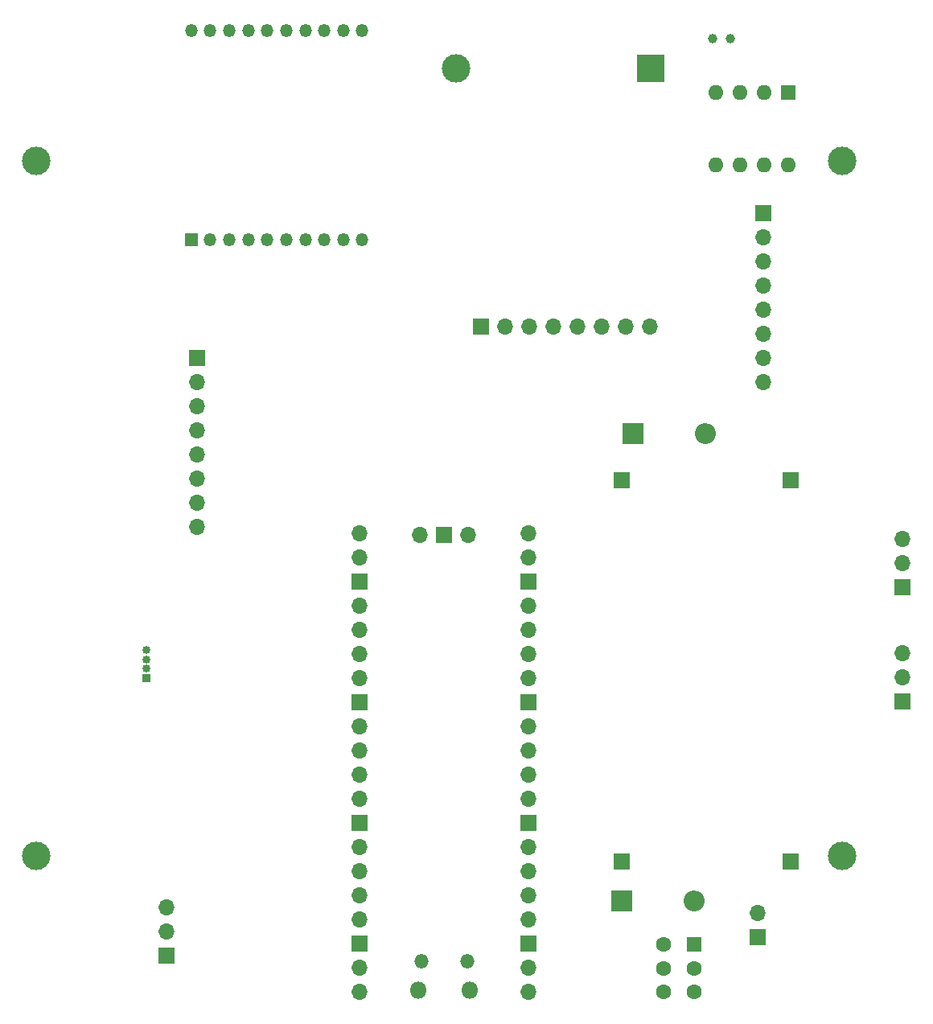
<source format=gbr>
%TF.GenerationSoftware,KiCad,Pcbnew,7.0.9*%
%TF.CreationDate,2023-11-23T17:14:22+01:00*%
%TF.ProjectId,astrasat1,61737472-6173-4617-9431-2e6b69636164,v1*%
%TF.SameCoordinates,Original*%
%TF.FileFunction,Soldermask,Bot*%
%TF.FilePolarity,Negative*%
%FSLAX46Y46*%
G04 Gerber Fmt 4.6, Leading zero omitted, Abs format (unit mm)*
G04 Created by KiCad (PCBNEW 7.0.9) date 2023-11-23 17:14:22*
%MOMM*%
%LPD*%
G01*
G04 APERTURE LIST*
%ADD10R,1.700000X1.700000*%
%ADD11O,1.700000X1.700000*%
%ADD12R,0.850000X0.850000*%
%ADD13O,0.850000X0.850000*%
%ADD14R,2.200000X2.200000*%
%ADD15O,2.200000X2.200000*%
%ADD16C,3.000000*%
%ADD17O,1.800000X1.800000*%
%ADD18O,1.500000X1.500000*%
%ADD19R,3.000000X3.000000*%
%ADD20R,1.600000X1.600000*%
%ADD21O,1.600000X1.600000*%
%ADD22R,1.350000X1.350000*%
%ADD23O,1.350000X1.350000*%
%ADD24C,1.000000*%
%ADD25C,1.600000*%
G04 APERTURE END LIST*
D10*
%TO.C,U2*%
X122925000Y-141315000D03*
D11*
X122925000Y-138775000D03*
X122925000Y-136235000D03*
%TD*%
D10*
%TO.C,U6*%
X126100000Y-78450000D03*
D11*
X126100000Y-80990000D03*
X126100000Y-83530000D03*
X126100000Y-86070000D03*
X126100000Y-88610000D03*
X126100000Y-91150000D03*
X126100000Y-93690000D03*
X126100000Y-96230000D03*
%TD*%
D12*
%TO.C,U1*%
X120755000Y-112158000D03*
D13*
X120755000Y-111158000D03*
X120755000Y-110158000D03*
X120755000Y-109158000D03*
%TD*%
D10*
%TO.C,MainBT1*%
X185155000Y-139415000D03*
D11*
X185155000Y-136875000D03*
%TD*%
D14*
%TO.C,D2*%
X170815000Y-135600000D03*
D15*
X178435000Y-135600000D03*
%TD*%
D16*
%TO.C,REF\u002A\u002A*%
X194000000Y-130810000D03*
%TD*%
D10*
%TO.C,U9*%
X170815000Y-131426000D03*
X188595000Y-131426000D03*
X188595000Y-91294000D03*
X170815000Y-91294000D03*
%TD*%
D11*
%TO.C,U5*%
X149595000Y-97095000D03*
D10*
X152135000Y-97095000D03*
D11*
X154675000Y-97095000D03*
X143245000Y-145125000D03*
X143245000Y-142585000D03*
D10*
X143245000Y-140045000D03*
D11*
X143245000Y-137505000D03*
X143245000Y-134965000D03*
X143245000Y-132425000D03*
X143245000Y-129885000D03*
D10*
X143245000Y-127345000D03*
D11*
X143245000Y-124805000D03*
X143245000Y-122265000D03*
X143245000Y-119725000D03*
X143245000Y-117185000D03*
D10*
X143245000Y-114645000D03*
D11*
X143245000Y-112105000D03*
X143245000Y-109565000D03*
X143245000Y-107025000D03*
X143245000Y-104485000D03*
D10*
X143245000Y-101945000D03*
D11*
X143245000Y-99405000D03*
X143245000Y-96865000D03*
X161025000Y-96865000D03*
X161025000Y-99405000D03*
D10*
X161025000Y-101945000D03*
D11*
X161025000Y-104485000D03*
X161025000Y-107025000D03*
X161025000Y-109565000D03*
X161025000Y-112105000D03*
D10*
X161025000Y-114645000D03*
D11*
X161025000Y-117185000D03*
X161025000Y-119725000D03*
X161025000Y-122265000D03*
X161025000Y-124805000D03*
D10*
X161025000Y-127345000D03*
D11*
X161025000Y-129885000D03*
X161025000Y-132425000D03*
X161025000Y-134965000D03*
X161025000Y-137505000D03*
D10*
X161025000Y-140045000D03*
D11*
X161025000Y-142585000D03*
X161025000Y-145125000D03*
D17*
X149410000Y-144995000D03*
D18*
X149710000Y-141965000D03*
X154560000Y-141965000D03*
D17*
X154860000Y-144995000D03*
%TD*%
D19*
%TO.C,CellBT1*%
X173910000Y-47970001D03*
D16*
X153420000Y-47970001D03*
%TD*%
D20*
%TO.C,U3*%
X188320000Y-50520000D03*
D21*
X185780000Y-50520000D03*
X183240000Y-50520000D03*
X180700000Y-50520000D03*
X180700000Y-58140000D03*
X183240000Y-58140000D03*
X185780000Y-58140000D03*
X188320000Y-58140000D03*
%TD*%
D10*
%TO.C,BigM1*%
X200395000Y-114630000D03*
D11*
X200395000Y-112090000D03*
X200395000Y-109550000D03*
%TD*%
D16*
%TO.C,REF\u002A\u002A*%
X109220000Y-57690000D03*
%TD*%
%TO.C,REF\u002A\u002A*%
X194000000Y-57690000D03*
%TD*%
D22*
%TO.C,U4*%
X125520000Y-65955000D03*
D23*
X127520000Y-65955000D03*
X129520000Y-65955000D03*
X131520000Y-65955000D03*
X133520000Y-65955000D03*
X135520000Y-65955000D03*
X137520000Y-65955000D03*
X139520000Y-65955000D03*
X141520000Y-65955000D03*
X143520000Y-65955000D03*
X143520000Y-43955000D03*
X141520000Y-43955000D03*
X139520000Y-43955000D03*
X137520000Y-43955000D03*
X135520000Y-43955000D03*
X133520000Y-43955000D03*
X131520000Y-43955000D03*
X129520000Y-43955000D03*
X127520000Y-43955000D03*
X125520000Y-43955000D03*
%TD*%
D24*
%TO.C,Y1*%
X180395000Y-44795000D03*
X182295000Y-44795000D03*
%TD*%
D10*
%TO.C,SmallM1*%
X200395000Y-102565000D03*
D11*
X200395000Y-100025000D03*
X200395000Y-97485000D03*
%TD*%
D20*
%TO.C,SW1*%
X178460000Y-140177500D03*
D25*
X178460000Y-142677500D03*
X178460000Y-145177500D03*
X175260000Y-140177500D03*
X175260000Y-142677500D03*
X175260000Y-145177500D03*
%TD*%
D10*
%TO.C,U7*%
X185710000Y-63190000D03*
D11*
X185710000Y-65730000D03*
X185710000Y-68270000D03*
X185710000Y-70810000D03*
X185710000Y-73350000D03*
X185710000Y-75890000D03*
X185710000Y-78430000D03*
X185710000Y-80970000D03*
%TD*%
D10*
%TO.C,U8*%
X155985000Y-75175000D03*
D11*
X158525000Y-75175000D03*
X161065000Y-75175000D03*
X163605000Y-75175000D03*
X166145000Y-75175000D03*
X168685000Y-75175000D03*
X171225000Y-75175000D03*
X173765000Y-75175000D03*
%TD*%
D14*
%TO.C,D1*%
X172005000Y-86360000D03*
D15*
X179625000Y-86360000D03*
%TD*%
D16*
%TO.C,REF\u002A\u002A*%
X109220000Y-130810000D03*
%TD*%
M02*

</source>
